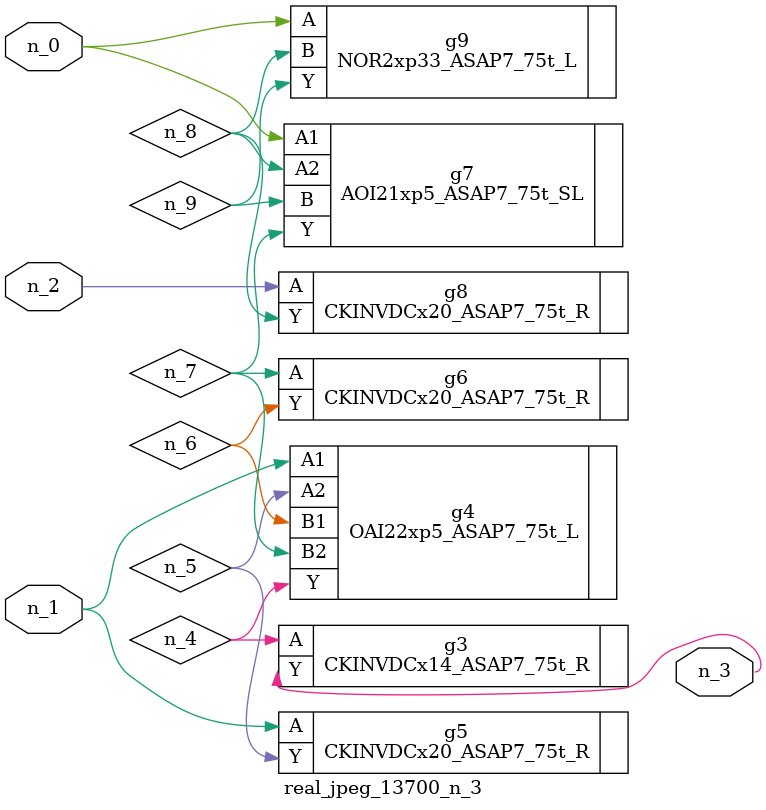
<source format=v>
module real_jpeg_13700_n_3 (n_1, n_0, n_2, n_3);

input n_1;
input n_0;
input n_2;

output n_3;

wire n_5;
wire n_8;
wire n_4;
wire n_6;
wire n_7;
wire n_9;

AOI21xp5_ASAP7_75t_SL g7 ( 
.A1(n_0),
.A2(n_8),
.B(n_9),
.Y(n_7)
);

NOR2xp33_ASAP7_75t_L g9 ( 
.A(n_0),
.B(n_8),
.Y(n_9)
);

OAI22xp5_ASAP7_75t_L g4 ( 
.A1(n_1),
.A2(n_5),
.B1(n_6),
.B2(n_7),
.Y(n_4)
);

CKINVDCx20_ASAP7_75t_R g5 ( 
.A(n_1),
.Y(n_5)
);

CKINVDCx20_ASAP7_75t_R g8 ( 
.A(n_2),
.Y(n_8)
);

CKINVDCx14_ASAP7_75t_R g3 ( 
.A(n_4),
.Y(n_3)
);

CKINVDCx20_ASAP7_75t_R g6 ( 
.A(n_7),
.Y(n_6)
);


endmodule
</source>
